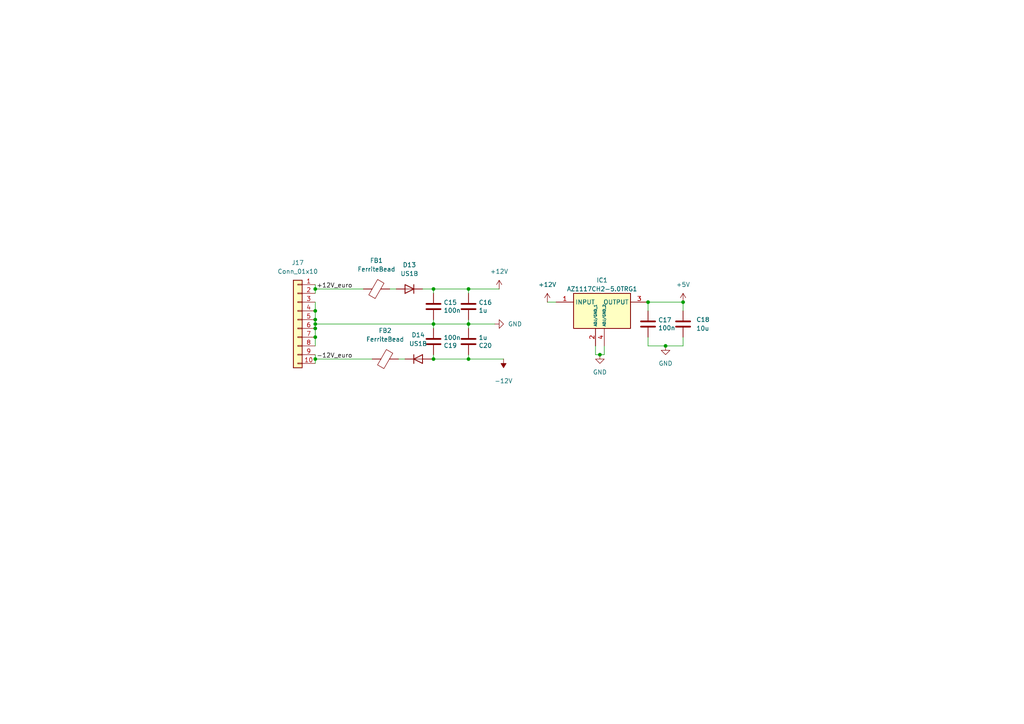
<source format=kicad_sch>
(kicad_sch (version 20250114) (generator "eeschema") (generator_version "9.0")
  (paper "A4")
  (title_block (title "lx-deciim") (date "2025-06-17") (rev "v1.0.0") (company "Lucas Bonvin") (comment 1 "This project is licensed under the CC BY-NC 4.0 License."))
  (lib_symbols
    (symbol "AZ1117CH2-5_0TRG1:AZ1117CH2-5.0TRG1"
      (property "Reference" "IC" (at 4.064 6.858 0))
      (property "Value" "AZ1117CH2-5.0TRG1" (at 4.064 4.318 0))
      (symbol "AZ1117CH2-5.0TRG1_1_1"
        (rectangle (start 5.08 2.54) (end 21.59 -7.62) (stroke (width 0.254)) (fill (type background)))
        (pin passive line (at 0 0 0) (length 5.08) (name "INPUT") (number "1"))
        (pin passive line (at 11.43 -12.7 90) (length 5.08) (name "ADJ/GND_1") (number "2"))
        (pin passive line (at 13.97 -12.7 90) (length 5.08) (name "ADJ/GND_2") (number "4"))
        (pin passive line (at 26.67 0 180) (length 5.08) (name "OUTPUT") (number "3"))
      )
    )
    (symbol "Connector_Generic:Conn_01x10" (pin_names (offset 1.016) (hide yes))
      (property "Reference" "J" (at 0 12.7 0))
      (property "Value" "Conn_01x10" (at 0 -15.24 0))
      (symbol "Conn_01x10_1_1"
        (rectangle (start -1.27 11.43) (end 1.27 -13.97) (stroke (width 0.254)) (fill (type background)))
        (rectangle (start -1.27 10.287) (end 0 10.033) (stroke (width 0.1524)))
        (rectangle (start -1.27 7.747) (end 0 7.493) (stroke (width 0.1524)))
        (rectangle (start -1.27 5.207) (end 0 4.953) (stroke (width 0.1524)))
        (rectangle (start -1.27 2.667) (end 0 2.413) (stroke (width 0.1524)))
        (rectangle (start -1.27 0.127) (end 0 -0.127) (stroke (width 0.1524)))
        (rectangle (start -1.27 -2.413) (end 0 -2.667) (stroke (width 0.1524)))
        (rectangle (start -1.27 -4.953) (end 0 -5.207) (stroke (width 0.1524)))
        (rectangle (start -1.27 -7.493) (end 0 -7.747) (stroke (width 0.1524)))
        (rectangle (start -1.27 -10.033) (end 0 -10.287) (stroke (width 0.1524)))
        (rectangle (start -1.27 -12.573) (end 0 -12.827) (stroke (width 0.1524)))
        (pin passive line (at -5.08 10.16 0) (length 3.81) (name "Pin_1") (number "1"))
        (pin passive line (at -5.08 7.62 0) (length 3.81) (name "Pin_2") (number "2"))
        (pin passive line (at -5.08 5.08 0) (length 3.81) (name "Pin_3") (number "3"))
        (pin passive line (at -5.08 2.54 0) (length 3.81) (name "Pin_4") (number "4"))
        (pin passive line (at -5.08 0 0) (length 3.81) (name "Pin_5") (number "5"))
        (pin passive line (at -5.08 -2.54 0) (length 3.81) (name "Pin_6") (number "6"))
        (pin passive line (at -5.08 -5.08 0) (length 3.81) (name "Pin_7") (number "7"))
        (pin passive line (at -5.08 -7.62 0) (length 3.81) (name "Pin_8") (number "8"))
        (pin passive line (at -5.08 -10.16 0) (length 3.81) (name "Pin_9") (number "9"))
        (pin passive line (at -5.08 -12.7 0) (length 3.81) (name "Pin_10") (number "10"))
      )
    )
    (symbol "Device:C" (pin_numbers (hide yes)) (pin_names (offset 0.254))
      (property "Reference" "C" (at 0.635 2.54 0))
      (property "Value" "C" (at 0.635 -2.54 0))
      (symbol "C_0_1"
        (polyline (pts (xy -2.032 0.762) (xy 2.032 0.762)) (stroke (width 0.508)))
        (polyline (pts (xy -2.032 -0.762) (xy 2.032 -0.762)) (stroke (width 0.508)))
      )
      (symbol "C_1_1"
        (pin passive line (at 0 3.81 270) (length 2.794) (name "~") (number "1"))
        (pin passive line (at 0 -3.81 90) (length 2.794) (name "~") (number "2"))
      )
    )
    (symbol "Device:FerriteBead" (pin_numbers (hide yes)) (pin_names (offset 0))
      (property "Reference" "FB" (at -3.81 0.635 90))
      (property "Value" "FerriteBead" (at 3.81 0 90))
      (symbol "FerriteBead_0_1"
        (polyline (pts (xy -2.7686 0.4064) (xy -1.7018 2.2606) (xy 2.7686 -0.3048) (xy 1.6764 -2.159) (xy -2.7686 0.4064)))
        (polyline (pts (xy 0 1.27) (xy 0 1.2954)))
        (polyline (pts (xy 0 -1.27) (xy 0 -1.2192)))
      )
      (symbol "FerriteBead_1_1"
        (pin passive line (at 0 3.81 270) (length 2.54) (name "~") (number "1"))
        (pin passive line (at 0 -3.81 90) (length 2.54) (name "~") (number "2"))
      )
    )
    (symbol "Diode:US1B" (pin_numbers (hide yes)) (pin_names (offset 1.016) (hide yes))
      (property "Reference" "D" (at 0 2.54 0))
      (property "Value" "US1B" (at 0 -2.54 0))
      (symbol "US1B_0_1"
        (polyline (pts (xy -1.27 1.27) (xy -1.27 -1.27)) (stroke (width 0.254)))
        (polyline (pts (xy 1.27 1.27) (xy 1.27 -1.27) (xy -1.27 0) (xy 1.27 1.27)) (stroke (width 0.254)))
        (polyline (pts (xy 1.27 0) (xy -1.27 0)))
      )
      (symbol "US1B_1_1"
        (pin passive line (at -3.81 0 0) (length 2.54) (name "K") (number "1"))
        (pin passive line (at 3.81 0 180) (length 2.54) (name "A") (number "2"))
      )
    )
    (symbol "power:+12V" (power) (pin_numbers (hide yes)) (pin_names (offset 0) (hide yes))
      (property "Value" "+12V" (at 0 3.556 0))
      (symbol "+12V_0_1"
        (polyline (pts (xy -0.762 1.27) (xy 0 2.54)))
        (polyline (pts (xy 0 2.54) (xy 0.762 1.27)))
        (polyline (pts (xy 0 0) (xy 0 2.54)))
      )
      (symbol "+12V_1_1"
        (pin power_in line (at 0 0 90) (length 0) (name "~") (number "1"))
      )
    )
    (symbol "power:+5V" (power) (pin_numbers (hide yes)) (pin_names (offset 0) (hide yes))
      (property "Value" "+5V" (at 0 3.556 0))
      (symbol "+5V_0_1"
        (polyline (pts (xy -0.762 1.27) (xy 0 2.54)))
        (polyline (pts (xy 0 2.54) (xy 0.762 1.27)))
        (polyline (pts (xy 0 0) (xy 0 2.54)))
      )
      (symbol "+5V_1_1"
        (pin power_in line (at 0 0 90) (length 0) (name "~") (number "1"))
      )
    )
    (symbol "power:-12V" (power) (pin_numbers (hide yes)) (pin_names (offset 0) (hide yes))
      (property "Value" "-12V" (at 0 3.556 0))
      (symbol "-12V_0_0"
        (pin power_in line (at 0 0 90) (length 0) (name "~") (number "1"))
      )
      (symbol "-12V_0_1"
        (polyline (pts (xy 0 0) (xy 0 1.27) (xy 0.762 1.27) (xy 0 2.54) (xy -0.762 1.27) (xy 0 1.27)) (fill (type outline)))
      )
    )
    (symbol "power:GND" (power) (pin_numbers (hide yes)) (pin_names (offset 0) (hide yes))
      (property "Value" "GND" (at 0 -3.81 0))
      (symbol "GND_0_1"
        (polyline (pts (xy 0 0) (xy 0 -1.27) (xy 1.27 -1.27) (xy 0 -2.54) (xy -1.27 -1.27) (xy 0 -1.27)))
      )
      (symbol "GND_1_1"
        (pin power_in line (at 0 0 270) (length 0) (name "~") (number "1"))
      )
    )
    (symbol "power:GNDS" (power) (pin_names (offset 0))
      (property "Value" "GNDS" (at 0 -3.81 0))
      (symbol "GNDS_0_1"
        (polyline (pts (xy 0 0) (xy 0 -1.27) (xy 1.27 -1.27) (xy 0 -2.54) (xy -1.27 -1.27) (xy 0 -1.27)))
      )
      (symbol "GNDS_1_1"
        (pin power_in line (at 0 0 270) (length 0) (hide yes) (name "GNDS") (number "1"))
      )
    )
  )
  (junction (at 135.89 104.14))
  (junction (at 135.89 93.98))
  (junction (at 187.96 87.63))
  (junction (at 125.73 104.14))
  (junction (at 198.12 87.63))
  (junction (at 91.44 83.82))
  (junction (at 173.99 102.87))
  (junction (at 91.44 95.25))
  (junction (at 91.44 104.14))
  (junction (at 91.44 90.17))
  (junction (at 91.44 92.71))
  (junction (at 91.44 97.79))
  (junction (at 91.44 93.98))
  (junction (at 135.89 83.82))
  (junction (at 125.73 83.82))
  (junction (at 193.04 100.33))
  (junction (at 125.73 93.98))
  (wire (pts (xy 187.96 90.17) (xy 187.96 87.63)))
  (wire (pts (xy 135.89 93.98) (xy 143.51 93.98)))
  (wire (pts (xy 91.44 104.14) (xy 91.44 102.87)))
  (wire (pts (xy 125.73 93.98) (xy 125.73 92.71)))
  (wire (pts (xy 125.095 104.14) (xy 125.73 104.14)))
  (wire (pts (xy 187.96 100.33) (xy 187.96 97.79)))
  (wire (pts (xy 135.89 85.09) (xy 135.89 83.82)))
  (wire (pts (xy 122.555 83.82) (xy 125.73 83.82)))
  (wire (pts (xy 91.44 97.79) (xy 91.44 95.25)))
  (wire (pts (xy 135.89 104.14) (xy 146.05 104.14)))
  (wire (pts (xy 135.89 102.87) (xy 135.89 104.14)))
  (wire (pts (xy 115.57 104.14) (xy 117.475 104.14)))
  (wire (pts (xy 125.73 83.82) (xy 135.89 83.82)))
  (wire (pts (xy 125.73 93.98) (xy 135.89 93.98)))
  (wire (pts (xy 91.44 105.41) (xy 91.44 104.14)))
  (wire (pts (xy 91.44 100.33) (xy 91.44 97.79)))
  (wire (pts (xy 135.89 95.25) (xy 135.89 93.98)))
  (wire (pts (xy 135.89 83.82) (xy 144.78 83.82)))
  (wire (pts (xy 135.89 93.98) (xy 135.89 92.71)))
  (wire (pts (xy 198.12 100.33) (xy 198.12 97.79)))
  (wire (pts (xy 113.03 83.82) (xy 114.935 83.82)))
  (wire (pts (xy 198.12 87.63) (xy 198.12 90.17)))
  (wire (pts (xy 193.04 100.33) (xy 198.12 100.33)))
  (wire (pts (xy 91.44 92.71) (xy 91.44 90.17)))
  (wire (pts (xy 187.96 100.33) (xy 193.04 100.33)))
  (wire (pts (xy 125.73 85.09) (xy 125.73 83.82)))
  (wire (pts (xy 125.73 104.14) (xy 135.89 104.14)))
  (wire (pts (xy 175.26 100.33) (xy 175.26 102.87)))
  (wire (pts (xy 91.44 90.17) (xy 91.44 87.63)))
  (wire (pts (xy 91.44 93.98) (xy 125.73 93.98)))
  (wire (pts (xy 91.44 83.82) (xy 105.41 83.82)))
  (wire (pts (xy 91.44 85.09) (xy 91.44 83.82)))
  (wire (pts (xy 158.75 87.63) (xy 161.29 87.63)))
  (wire (pts (xy 125.73 102.87) (xy 125.73 104.14)))
  (wire (pts (xy 187.96 87.63) (xy 198.12 87.63)))
  (wire (pts (xy 91.44 95.25) (xy 91.44 93.98)))
  (wire (pts (xy 91.44 93.98) (xy 91.44 92.71)))
  (wire (pts (xy 91.44 83.82) (xy 91.44 82.55)))
  (wire (pts (xy 172.72 102.87) (xy 173.99 102.87)))
  (wire (pts (xy 125.73 95.25) (xy 125.73 93.98)))
  (wire (pts (xy 175.26 102.87) (xy 173.99 102.87)))
  (wire (pts (xy 91.44 104.14) (xy 107.95 104.14)))
  (wire (pts (xy 172.72 100.33) (xy 172.72 102.87)))
  (label "-12V_euro" (at 102.235 104.14 180))
  (label "+12V_euro" (at 102.235 83.82 180))
  (symbol (lib_id "Device:C") (at 187.96 93.98 0) (unit 1)
    (property "Reference" "C17" (at 190.881 92.8116 0) (effects (justify left)))
    (property "Value" "100n" (at 190.881 95.123 0) (effects (justify left)))
    (property "Footprint" "Capacitor_SMD:C_0603_1608Metric" (effects (hide yes)))
    (property "Description" "Unpolarized capacitor" (effects (hide yes)))
    (property "LCSC" "C14663" (effects (hide yes)))
    (property "Mouser Part Number" "710-885012206071R" (effects (hide yes)))
  )
  (symbol (lib_id "power:+12V") (at 144.78 83.82 0) (unit 1)
    (property "Reference" "#PWR083" (effects (hide yes)))
    (property "Value" "+12V" (at 144.78 78.74 0))
    (property "Description" "Power symbol creates a global label with name \"+12V\"" (effects (hide yes)))
  )
  (symbol (lib_id "Device:C") (at 125.73 99.06 0) (mirror x) (unit 1)
    (property "Reference" "C19" (at 128.651 100.2284 0) (effects (justify left)))
    (property "Value" "100n" (at 128.651 97.917 0) (effects (justify left)))
    (property "Footprint" "Capacitor_SMD:C_0603_1608Metric" (effects (hide yes)))
    (property "LCSC" "C14663" (effects (hide yes)))
    (property "Mouser Part Number" "710-885012206071R" (effects (hide yes)))
  )
  (symbol (lib_id "power:+5V") (at 198.12 87.63 0) (unit 1)
    (property "Reference" "#PWR085" (effects (hide yes)))
    (property "Value" "+5V" (at 198.12 82.55 0))
    (property "Description" "Power symbol creates a global label with name \"+5V\"" (effects (hide yes)))
  )
  (symbol (lib_id "power:GNDS") (at 143.51 93.98 90) (mirror x) (unit 1)
    (property "Reference" "#PWR086" (effects (hide yes)))
    (property "Value" "GND" (at 147.32 93.9799 90) (effects (justify right)))
  )
  (symbol (lib_id "Device:C") (at 198.12 93.98 180) (unit 1)
    (property "Reference" "C18" (at 201.93 92.7099 0) (effects (justify right)))
    (property "Value" "10u" (at 201.93 95.2499 0) (effects (justify right)))
    (property "Footprint" "Capacitor_SMD:C_0603_1608Metric" (effects (hide yes)))
    (property "Mouser Part Number" "963-BASE168SB5105KT" (effects (hide yes)))
  )
  (symbol (lib_id "Connector_Generic:Conn_01x10") (at 86.36 92.71 0) (mirror y) (unit 1)
    (property "Reference" "J17" (at 86.36 76.2 0))
    (property "Value" "Conn_01x10" (at 86.36 78.74 0))
    (property "Footprint" "Connector_PinHeader_2.54mm:PinHeader_2x05_P2.54mm_Vertical_SMD" (effects (hide yes)))
    (property "Description" "Generic connector, single row, 01x10, script generated (kicad-library-utils/schlib/autogen/connector/)" (effects (hide yes)))
    (property "Mouser Part Number" "200-TSM10501LDVPTR" (effects (hide yes)))
  )
  (symbol (lib_id "Device:C") (at 135.89 99.06 0) (mirror x) (unit 1)
    (property "Reference" "C20" (at 138.811 100.2284 0) (effects (justify left)))
    (property "Value" "1u" (at 138.811 97.917 0) (effects (justify left)))
    (property "Footprint" "Capacitor_SMD:C_0603_1608Metric" (effects (hide yes)))
    (property "LCSC" "C14663" (effects (hide yes)))
    (property "Mouser Part Number" "187-CL10B105KO8NNWC" (effects (hide yes)))
  )
  (symbol (lib_id "power:-12V") (at 146.05 104.14 180) (unit 1)
    (property "Reference" "#PWR089" (effects (hide yes)))
    (property "Value" "-12V" (at 146.05 110.49 0))
    (property "Description" "Power symbol creates a global label with name \"-12V\"" (effects (hide yes)))
  )
  (symbol (lib_id "AZ1117CH2-5_0TRG1:AZ1117CH2-5.0TRG1") (at 161.29 87.63 0) (unit 1)
    (property "Reference" "IC1" (at 174.625 81.28 0))
    (property "Value" "AZ1117CH2-5.0TRG1" (at 174.625 83.82 0))
    (property "Footprint" "SOT230P700X180-4N" (effects (hide yes)))
    (property "Datasheet" "https://www.arrow.com/en/products/az1117ch2-5.0trg1/diodes-incorporated" (effects (hide yes)))
    (property "Description" "LDO Voltage Regulators LDO BJT HiCurr" (effects (hide yes)))
    (property "Height" "1.8" (effects (hide yes)))
    (property "Mouser Part Number" "621-AZ1117CH2-5.0TRG" (effects (hide yes)))
    (property "Mouser Price/Stock" "https://www.mouser.co.uk/ProductDetail/Diodes-Incorporated/AZ1117CH2-5.0TRG1?qs=5V6w%252Be2aIqb578qtLdqPjw%3D%3D" (effects (hide yes)))
    (property "Manufacturer_Name" "Diodes Inc." (effects (hide yes)))
    (property "Manufacturer_Part_Number" "AZ1117CH2-5.0TRG1" (effects (hide yes)))
  )
  (symbol (lib_id "Device:C") (at 125.73 88.9 0) (unit 1)
    (property "Reference" "C15" (at 128.651 87.7316 0) (effects (justify left)))
    (property "Value" "100n" (at 128.651 90.043 0) (effects (justify left)))
    (property "Footprint" "Capacitor_SMD:C_0603_1608Metric" (effects (hide yes)))
    (property "LCSC" "C14663" (effects (hide yes)))
    (property "Mouser Part Number" "710-885012206071R" (effects (hide yes)))
  )
  (symbol (lib_id "power:GND") (at 173.99 102.87 0) (unit 1)
    (property "Reference" "#PWR088" (effects (hide yes)))
    (property "Value" "GND" (at 173.99 107.95 0))
    (property "Description" "Power symbol creates a global label with name \"GND\" , ground" (effects (hide yes)))
  )
  (symbol (lib_id "Diode:US1B") (at 118.745 83.82 180) (unit 1)
    (property "Reference" "D13" (at 118.745 76.835 0))
    (property "Value" "US1B" (at 118.745 79.375 0))
    (property "Footprint" "Diode_SMD:D_SMA" (effects (hide yes)))
    (property "Datasheet" "https://www.diodes.com/assets/Datasheets/ds16008.pdf" (effects (hide yes)))
    (property "Mouser Part Number" "637-US1B" (effects (hide yes)))
  )
  (symbol (lib_id "Device:C") (at 135.89 88.9 0) (unit 1)
    (property "Reference" "C16" (at 138.811 87.7316 0) (effects (justify left)))
    (property "Value" "1u" (at 138.811 90.043 0) (effects (justify left)))
    (property "Footprint" "Capacitor_SMD:C_0603_1608Metric" (effects (hide yes)))
    (property "LCSC" "C14663" (effects (hide yes)))
    (property "Mouser Part Number" "187-CL10B105KO8NNWC" (effects (hide yes)))
  )
  (symbol (lib_id "power:+12V") (at 158.75 87.63 0) (unit 1)
    (property "Reference" "#PWR084" (effects (hide yes)))
    (property "Value" "+12V" (at 158.75 82.55 0))
    (property "Description" "Power symbol creates a global label with name \"+12V\"" (effects (hide yes)))
  )
  (symbol (lib_id "power:GND") (at 193.04 100.33 0) (unit 1)
    (property "Reference" "#PWR087" (effects (hide yes)))
    (property "Value" "GND" (at 193.04 105.41 0))
    (property "Description" "Power symbol creates a global label with name \"GND\" , ground" (effects (hide yes)))
  )
  (symbol (lib_id "Device:FerriteBead") (at 109.22 83.82 90) (unit 1)
    (property "Reference" "FB1" (at 109.1692 75.565 90))
    (property "Value" "FerriteBead" (at 109.1692 78.105 90))
    (property "Footprint" "Inductor_SMD:L_0805_2012Metric" (effects (hide yes)))
    (property "Mouser Part Number" "710-742792031" (effects (hide yes)))
  )
  (symbol (lib_id "Diode:US1B") (at 121.285 104.14 0) (unit 1)
    (property "Reference" "D14" (at 121.285 97.155 0))
    (property "Value" "US1B" (at 121.285 99.695 0))
    (property "Footprint" "Diode_SMD:D_SMA" (effects (hide yes)))
    (property "Datasheet" "https://www.diodes.com/assets/Datasheets/ds16008.pdf" (effects (hide yes)))
    (property "Mouser Part Number" "637-US1B" (effects (hide yes)))
  )
  (symbol (lib_id "Device:FerriteBead") (at 111.76 104.14 90) (unit 1)
    (property "Reference" "FB2" (at 111.7092 95.885 90))
    (property "Value" "FerriteBead" (at 111.7092 98.425 90))
    (property "Footprint" "Inductor_SMD:L_0805_2012Metric" (effects (hide yes)))
    (property "Mouser Part Number" "710-742792031" (effects (hide yes)))
  )
)
</source>
